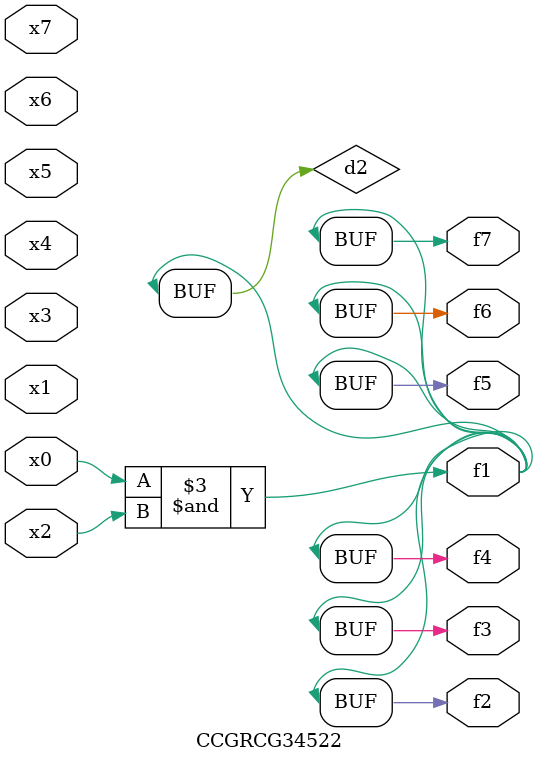
<source format=v>
module CCGRCG34522(
	input x0, x1, x2, x3, x4, x5, x6, x7,
	output f1, f2, f3, f4, f5, f6, f7
);

	wire d1, d2;

	nor (d1, x3, x6);
	and (d2, x0, x2);
	assign f1 = d2;
	assign f2 = d2;
	assign f3 = d2;
	assign f4 = d2;
	assign f5 = d2;
	assign f6 = d2;
	assign f7 = d2;
endmodule

</source>
